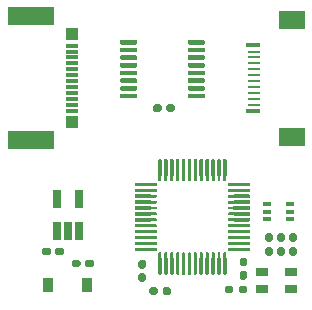
<source format=gbp>
%TF.GenerationSoftware,KiCad,Pcbnew,(5.1.7)-1*%
%TF.CreationDate,2021-02-13T17:52:44+01:00*%
%TF.ProjectId,twonkie,74776f6e-6b69-4652-9e6b-696361645f70,rev?*%
%TF.SameCoordinates,PX448d510PY20b3950*%
%TF.FileFunction,Paste,Bot*%
%TF.FilePolarity,Positive*%
%FSLAX46Y46*%
G04 Gerber Fmt 4.6, Leading zero omitted, Abs format (unit mm)*
G04 Created by KiCad (PCBNEW (5.1.7)-1) date 2021-02-13 17:52:44*
%MOMM*%
%LPD*%
G01*
G04 APERTURE LIST*
%ADD10R,0.650000X0.400000*%
%ADD11R,1.000000X0.260000*%
%ADD12R,1.250000X0.410000*%
%ADD13R,2.200000X1.500000*%
%ADD14R,4.000000X1.500000*%
%ADD15R,1.000000X0.300000*%
%ADD16R,1.000000X1.000000*%
%ADD17R,0.650000X1.560000*%
%ADD18R,1.000000X0.800000*%
%ADD19R,0.900000X1.200000*%
G04 APERTURE END LIST*
%TO.C,C8*%
G36*
G01*
X11465500Y-22869500D02*
X11775500Y-22869500D01*
G75*
G02*
X11930500Y-23024500I0J-155000D01*
G01*
X11930500Y-23449500D01*
G75*
G02*
X11775500Y-23604500I-155000J0D01*
G01*
X11465500Y-23604500D01*
G75*
G02*
X11310500Y-23449500I0J155000D01*
G01*
X11310500Y-23024500D01*
G75*
G02*
X11465500Y-22869500I155000J0D01*
G01*
G37*
G36*
G01*
X11465500Y-21734500D02*
X11775500Y-21734500D01*
G75*
G02*
X11930500Y-21889500I0J-155000D01*
G01*
X11930500Y-22314500D01*
G75*
G02*
X11775500Y-22469500I-155000J0D01*
G01*
X11465500Y-22469500D01*
G75*
G02*
X11310500Y-22314500I0J155000D01*
G01*
X11310500Y-21889500D01*
G75*
G02*
X11465500Y-21734500I155000J0D01*
G01*
G37*
%TD*%
D10*
%TO.C,Q4*%
X24125000Y-18303000D03*
X24125000Y-17003000D03*
X22225000Y-17653000D03*
X24125000Y-17653000D03*
X22225000Y-17003000D03*
X22225000Y-18303000D03*
%TD*%
D11*
%TO.C,J1*%
X21090000Y-8600000D03*
X21090000Y-8100000D03*
X21090000Y-7600000D03*
X21090000Y-7100000D03*
X21090000Y-6600000D03*
X21090000Y-6100000D03*
X21090000Y-5600000D03*
X21090000Y-5100000D03*
X21090000Y-4600000D03*
X21090000Y-4100000D03*
D12*
X20965000Y-9175000D03*
X20965000Y-3525000D03*
D13*
X24290000Y-11300000D03*
X24290000Y-1400000D03*
%TD*%
%TO.C,U4*%
G36*
G01*
X12062500Y-15722500D02*
X12812500Y-15722500D01*
G75*
G02*
X12875000Y-15785000I0J-62500D01*
G01*
X12875000Y-15910000D01*
G75*
G02*
X12812500Y-15972500I-62500J0D01*
G01*
X12062500Y-15972500D01*
G75*
G02*
X12000000Y-15910000I0J62500D01*
G01*
X12000000Y-15785000D01*
G75*
G02*
X12062500Y-15722500I62500J0D01*
G01*
G37*
G36*
G01*
X12062500Y-16222500D02*
X12812500Y-16222500D01*
G75*
G02*
X12875000Y-16285000I0J-62500D01*
G01*
X12875000Y-16410000D01*
G75*
G02*
X12812500Y-16472500I-62500J0D01*
G01*
X12062500Y-16472500D01*
G75*
G02*
X12000000Y-16410000I0J62500D01*
G01*
X12000000Y-16285000D01*
G75*
G02*
X12062500Y-16222500I62500J0D01*
G01*
G37*
G36*
G01*
X12062500Y-17222500D02*
X12812500Y-17222500D01*
G75*
G02*
X12875000Y-17285000I0J-62500D01*
G01*
X12875000Y-17410000D01*
G75*
G02*
X12812500Y-17472500I-62500J0D01*
G01*
X12062500Y-17472500D01*
G75*
G02*
X12000000Y-17410000I0J62500D01*
G01*
X12000000Y-17285000D01*
G75*
G02*
X12062500Y-17222500I62500J0D01*
G01*
G37*
G36*
G01*
X12062500Y-17722500D02*
X12812500Y-17722500D01*
G75*
G02*
X12875000Y-17785000I0J-62500D01*
G01*
X12875000Y-17910000D01*
G75*
G02*
X12812500Y-17972500I-62500J0D01*
G01*
X12062500Y-17972500D01*
G75*
G02*
X12000000Y-17910000I0J62500D01*
G01*
X12000000Y-17785000D01*
G75*
G02*
X12062500Y-17722500I62500J0D01*
G01*
G37*
G36*
G01*
X12062500Y-18222500D02*
X12812500Y-18222500D01*
G75*
G02*
X12875000Y-18285000I0J-62500D01*
G01*
X12875000Y-18410000D01*
G75*
G02*
X12812500Y-18472500I-62500J0D01*
G01*
X12062500Y-18472500D01*
G75*
G02*
X12000000Y-18410000I0J62500D01*
G01*
X12000000Y-18285000D01*
G75*
G02*
X12062500Y-18222500I62500J0D01*
G01*
G37*
G36*
G01*
X12062500Y-15222500D02*
X12812500Y-15222500D01*
G75*
G02*
X12875000Y-15285000I0J-62500D01*
G01*
X12875000Y-15410000D01*
G75*
G02*
X12812500Y-15472500I-62500J0D01*
G01*
X12062500Y-15472500D01*
G75*
G02*
X12000000Y-15410000I0J62500D01*
G01*
X12000000Y-15285000D01*
G75*
G02*
X12062500Y-15222500I62500J0D01*
G01*
G37*
G36*
G01*
X12062500Y-16722500D02*
X12812500Y-16722500D01*
G75*
G02*
X12875000Y-16785000I0J-62500D01*
G01*
X12875000Y-16910000D01*
G75*
G02*
X12812500Y-16972500I-62500J0D01*
G01*
X12062500Y-16972500D01*
G75*
G02*
X12000000Y-16910000I0J62500D01*
G01*
X12000000Y-16785000D01*
G75*
G02*
X12062500Y-16722500I62500J0D01*
G01*
G37*
G36*
G01*
X18937500Y-19722500D02*
X19687500Y-19722500D01*
G75*
G02*
X19750000Y-19785000I0J-62500D01*
G01*
X19750000Y-19910000D01*
G75*
G02*
X19687500Y-19972500I-62500J0D01*
G01*
X18937500Y-19972500D01*
G75*
G02*
X18875000Y-19910000I0J62500D01*
G01*
X18875000Y-19785000D01*
G75*
G02*
X18937500Y-19722500I62500J0D01*
G01*
G37*
G36*
G01*
X14562500Y-14222500D02*
X14687500Y-14222500D01*
G75*
G02*
X14750000Y-14285000I0J-62500D01*
G01*
X14750000Y-15035000D01*
G75*
G02*
X14687500Y-15097500I-62500J0D01*
G01*
X14562500Y-15097500D01*
G75*
G02*
X14500000Y-15035000I0J62500D01*
G01*
X14500000Y-14285000D01*
G75*
G02*
X14562500Y-14222500I62500J0D01*
G01*
G37*
G36*
G01*
X17062500Y-14222500D02*
X17187500Y-14222500D01*
G75*
G02*
X17250000Y-14285000I0J-62500D01*
G01*
X17250000Y-15035000D01*
G75*
G02*
X17187500Y-15097500I-62500J0D01*
G01*
X17062500Y-15097500D01*
G75*
G02*
X17000000Y-15035000I0J62500D01*
G01*
X17000000Y-14285000D01*
G75*
G02*
X17062500Y-14222500I62500J0D01*
G01*
G37*
G36*
G01*
X17562500Y-14222500D02*
X17687500Y-14222500D01*
G75*
G02*
X17750000Y-14285000I0J-62500D01*
G01*
X17750000Y-15035000D01*
G75*
G02*
X17687500Y-15097500I-62500J0D01*
G01*
X17562500Y-15097500D01*
G75*
G02*
X17500000Y-15035000I0J62500D01*
G01*
X17500000Y-14285000D01*
G75*
G02*
X17562500Y-14222500I62500J0D01*
G01*
G37*
G36*
G01*
X16062500Y-14222500D02*
X16187500Y-14222500D01*
G75*
G02*
X16250000Y-14285000I0J-62500D01*
G01*
X16250000Y-15035000D01*
G75*
G02*
X16187500Y-15097500I-62500J0D01*
G01*
X16062500Y-15097500D01*
G75*
G02*
X16000000Y-15035000I0J62500D01*
G01*
X16000000Y-14285000D01*
G75*
G02*
X16062500Y-14222500I62500J0D01*
G01*
G37*
G36*
G01*
X13062500Y-14222500D02*
X13187500Y-14222500D01*
G75*
G02*
X13250000Y-14285000I0J-62500D01*
G01*
X13250000Y-15035000D01*
G75*
G02*
X13187500Y-15097500I-62500J0D01*
G01*
X13062500Y-15097500D01*
G75*
G02*
X13000000Y-15035000I0J62500D01*
G01*
X13000000Y-14285000D01*
G75*
G02*
X13062500Y-14222500I62500J0D01*
G01*
G37*
G36*
G01*
X16562500Y-21097500D02*
X16687500Y-21097500D01*
G75*
G02*
X16750000Y-21160000I0J-62500D01*
G01*
X16750000Y-21910000D01*
G75*
G02*
X16687500Y-21972500I-62500J0D01*
G01*
X16562500Y-21972500D01*
G75*
G02*
X16500000Y-21910000I0J62500D01*
G01*
X16500000Y-21160000D01*
G75*
G02*
X16562500Y-21097500I62500J0D01*
G01*
G37*
G36*
G01*
X17062500Y-21097500D02*
X17187500Y-21097500D01*
G75*
G02*
X17250000Y-21160000I0J-62500D01*
G01*
X17250000Y-21910000D01*
G75*
G02*
X17187500Y-21972500I-62500J0D01*
G01*
X17062500Y-21972500D01*
G75*
G02*
X17000000Y-21910000I0J62500D01*
G01*
X17000000Y-21160000D01*
G75*
G02*
X17062500Y-21097500I62500J0D01*
G01*
G37*
G36*
G01*
X16562500Y-14222500D02*
X16687500Y-14222500D01*
G75*
G02*
X16750000Y-14285000I0J-62500D01*
G01*
X16750000Y-15035000D01*
G75*
G02*
X16687500Y-15097500I-62500J0D01*
G01*
X16562500Y-15097500D01*
G75*
G02*
X16500000Y-15035000I0J62500D01*
G01*
X16500000Y-14285000D01*
G75*
G02*
X16562500Y-14222500I62500J0D01*
G01*
G37*
G36*
G01*
X16062500Y-21097500D02*
X16187500Y-21097500D01*
G75*
G02*
X16250000Y-21160000I0J-62500D01*
G01*
X16250000Y-21910000D01*
G75*
G02*
X16187500Y-21972500I-62500J0D01*
G01*
X16062500Y-21972500D01*
G75*
G02*
X16000000Y-21910000I0J62500D01*
G01*
X16000000Y-21160000D01*
G75*
G02*
X16062500Y-21097500I62500J0D01*
G01*
G37*
G36*
G01*
X15562500Y-21097500D02*
X15687500Y-21097500D01*
G75*
G02*
X15750000Y-21160000I0J-62500D01*
G01*
X15750000Y-21910000D01*
G75*
G02*
X15687500Y-21972500I-62500J0D01*
G01*
X15562500Y-21972500D01*
G75*
G02*
X15500000Y-21910000I0J62500D01*
G01*
X15500000Y-21160000D01*
G75*
G02*
X15562500Y-21097500I62500J0D01*
G01*
G37*
G36*
G01*
X18937500Y-17222500D02*
X19687500Y-17222500D01*
G75*
G02*
X19750000Y-17285000I0J-62500D01*
G01*
X19750000Y-17410000D01*
G75*
G02*
X19687500Y-17472500I-62500J0D01*
G01*
X18937500Y-17472500D01*
G75*
G02*
X18875000Y-17410000I0J62500D01*
G01*
X18875000Y-17285000D01*
G75*
G02*
X18937500Y-17222500I62500J0D01*
G01*
G37*
G36*
G01*
X18937500Y-16722500D02*
X19687500Y-16722500D01*
G75*
G02*
X19750000Y-16785000I0J-62500D01*
G01*
X19750000Y-16910000D01*
G75*
G02*
X19687500Y-16972500I-62500J0D01*
G01*
X18937500Y-16972500D01*
G75*
G02*
X18875000Y-16910000I0J62500D01*
G01*
X18875000Y-16785000D01*
G75*
G02*
X18937500Y-16722500I62500J0D01*
G01*
G37*
G36*
G01*
X18937500Y-16222500D02*
X19687500Y-16222500D01*
G75*
G02*
X19750000Y-16285000I0J-62500D01*
G01*
X19750000Y-16410000D01*
G75*
G02*
X19687500Y-16472500I-62500J0D01*
G01*
X18937500Y-16472500D01*
G75*
G02*
X18875000Y-16410000I0J62500D01*
G01*
X18875000Y-16285000D01*
G75*
G02*
X18937500Y-16222500I62500J0D01*
G01*
G37*
G36*
G01*
X18937500Y-17722500D02*
X19687500Y-17722500D01*
G75*
G02*
X19750000Y-17785000I0J-62500D01*
G01*
X19750000Y-17910000D01*
G75*
G02*
X19687500Y-17972500I-62500J0D01*
G01*
X18937500Y-17972500D01*
G75*
G02*
X18875000Y-17910000I0J62500D01*
G01*
X18875000Y-17785000D01*
G75*
G02*
X18937500Y-17722500I62500J0D01*
G01*
G37*
G36*
G01*
X18937500Y-19222500D02*
X19687500Y-19222500D01*
G75*
G02*
X19750000Y-19285000I0J-62500D01*
G01*
X19750000Y-19410000D01*
G75*
G02*
X19687500Y-19472500I-62500J0D01*
G01*
X18937500Y-19472500D01*
G75*
G02*
X18875000Y-19410000I0J62500D01*
G01*
X18875000Y-19285000D01*
G75*
G02*
X18937500Y-19222500I62500J0D01*
G01*
G37*
G36*
G01*
X14062500Y-14222500D02*
X14187500Y-14222500D01*
G75*
G02*
X14250000Y-14285000I0J-62500D01*
G01*
X14250000Y-15035000D01*
G75*
G02*
X14187500Y-15097500I-62500J0D01*
G01*
X14062500Y-15097500D01*
G75*
G02*
X14000000Y-15035000I0J62500D01*
G01*
X14000000Y-14285000D01*
G75*
G02*
X14062500Y-14222500I62500J0D01*
G01*
G37*
G36*
G01*
X18562500Y-21097500D02*
X18687500Y-21097500D01*
G75*
G02*
X18750000Y-21160000I0J-62500D01*
G01*
X18750000Y-21910000D01*
G75*
G02*
X18687500Y-21972500I-62500J0D01*
G01*
X18562500Y-21972500D01*
G75*
G02*
X18500000Y-21910000I0J62500D01*
G01*
X18500000Y-21160000D01*
G75*
G02*
X18562500Y-21097500I62500J0D01*
G01*
G37*
G36*
G01*
X18062500Y-14222500D02*
X18187500Y-14222500D01*
G75*
G02*
X18250000Y-14285000I0J-62500D01*
G01*
X18250000Y-15035000D01*
G75*
G02*
X18187500Y-15097500I-62500J0D01*
G01*
X18062500Y-15097500D01*
G75*
G02*
X18000000Y-15035000I0J62500D01*
G01*
X18000000Y-14285000D01*
G75*
G02*
X18062500Y-14222500I62500J0D01*
G01*
G37*
G36*
G01*
X18937500Y-20222500D02*
X19687500Y-20222500D01*
G75*
G02*
X19750000Y-20285000I0J-62500D01*
G01*
X19750000Y-20410000D01*
G75*
G02*
X19687500Y-20472500I-62500J0D01*
G01*
X18937500Y-20472500D01*
G75*
G02*
X18875000Y-20410000I0J62500D01*
G01*
X18875000Y-20285000D01*
G75*
G02*
X18937500Y-20222500I62500J0D01*
G01*
G37*
G36*
G01*
X13062500Y-21097500D02*
X13187500Y-21097500D01*
G75*
G02*
X13250000Y-21160000I0J-62500D01*
G01*
X13250000Y-21910000D01*
G75*
G02*
X13187500Y-21972500I-62500J0D01*
G01*
X13062500Y-21972500D01*
G75*
G02*
X13000000Y-21910000I0J62500D01*
G01*
X13000000Y-21160000D01*
G75*
G02*
X13062500Y-21097500I62500J0D01*
G01*
G37*
G36*
G01*
X12062500Y-19222500D02*
X12812500Y-19222500D01*
G75*
G02*
X12875000Y-19285000I0J-62500D01*
G01*
X12875000Y-19410000D01*
G75*
G02*
X12812500Y-19472500I-62500J0D01*
G01*
X12062500Y-19472500D01*
G75*
G02*
X12000000Y-19410000I0J62500D01*
G01*
X12000000Y-19285000D01*
G75*
G02*
X12062500Y-19222500I62500J0D01*
G01*
G37*
G36*
G01*
X14062500Y-21097500D02*
X14187500Y-21097500D01*
G75*
G02*
X14250000Y-21160000I0J-62500D01*
G01*
X14250000Y-21910000D01*
G75*
G02*
X14187500Y-21972500I-62500J0D01*
G01*
X14062500Y-21972500D01*
G75*
G02*
X14000000Y-21910000I0J62500D01*
G01*
X14000000Y-21160000D01*
G75*
G02*
X14062500Y-21097500I62500J0D01*
G01*
G37*
G36*
G01*
X17562500Y-21097500D02*
X17687500Y-21097500D01*
G75*
G02*
X17750000Y-21160000I0J-62500D01*
G01*
X17750000Y-21910000D01*
G75*
G02*
X17687500Y-21972500I-62500J0D01*
G01*
X17562500Y-21972500D01*
G75*
G02*
X17500000Y-21910000I0J62500D01*
G01*
X17500000Y-21160000D01*
G75*
G02*
X17562500Y-21097500I62500J0D01*
G01*
G37*
G36*
G01*
X18937500Y-15222500D02*
X19687500Y-15222500D01*
G75*
G02*
X19750000Y-15285000I0J-62500D01*
G01*
X19750000Y-15410000D01*
G75*
G02*
X19687500Y-15472500I-62500J0D01*
G01*
X18937500Y-15472500D01*
G75*
G02*
X18875000Y-15410000I0J62500D01*
G01*
X18875000Y-15285000D01*
G75*
G02*
X18937500Y-15222500I62500J0D01*
G01*
G37*
G36*
G01*
X15062500Y-14222500D02*
X15187500Y-14222500D01*
G75*
G02*
X15250000Y-14285000I0J-62500D01*
G01*
X15250000Y-15035000D01*
G75*
G02*
X15187500Y-15097500I-62500J0D01*
G01*
X15062500Y-15097500D01*
G75*
G02*
X15000000Y-15035000I0J62500D01*
G01*
X15000000Y-14285000D01*
G75*
G02*
X15062500Y-14222500I62500J0D01*
G01*
G37*
G36*
G01*
X12062500Y-19722500D02*
X12812500Y-19722500D01*
G75*
G02*
X12875000Y-19785000I0J-62500D01*
G01*
X12875000Y-19910000D01*
G75*
G02*
X12812500Y-19972500I-62500J0D01*
G01*
X12062500Y-19972500D01*
G75*
G02*
X12000000Y-19910000I0J62500D01*
G01*
X12000000Y-19785000D01*
G75*
G02*
X12062500Y-19722500I62500J0D01*
G01*
G37*
G36*
G01*
X14562500Y-21097500D02*
X14687500Y-21097500D01*
G75*
G02*
X14750000Y-21160000I0J-62500D01*
G01*
X14750000Y-21910000D01*
G75*
G02*
X14687500Y-21972500I-62500J0D01*
G01*
X14562500Y-21972500D01*
G75*
G02*
X14500000Y-21910000I0J62500D01*
G01*
X14500000Y-21160000D01*
G75*
G02*
X14562500Y-21097500I62500J0D01*
G01*
G37*
G36*
G01*
X18937500Y-20722500D02*
X19687500Y-20722500D01*
G75*
G02*
X19750000Y-20785000I0J-62500D01*
G01*
X19750000Y-20910000D01*
G75*
G02*
X19687500Y-20972500I-62500J0D01*
G01*
X18937500Y-20972500D01*
G75*
G02*
X18875000Y-20910000I0J62500D01*
G01*
X18875000Y-20785000D01*
G75*
G02*
X18937500Y-20722500I62500J0D01*
G01*
G37*
G36*
G01*
X15562500Y-14222500D02*
X15687500Y-14222500D01*
G75*
G02*
X15750000Y-14285000I0J-62500D01*
G01*
X15750000Y-15035000D01*
G75*
G02*
X15687500Y-15097500I-62500J0D01*
G01*
X15562500Y-15097500D01*
G75*
G02*
X15500000Y-15035000I0J62500D01*
G01*
X15500000Y-14285000D01*
G75*
G02*
X15562500Y-14222500I62500J0D01*
G01*
G37*
G36*
G01*
X12062500Y-20722500D02*
X12812500Y-20722500D01*
G75*
G02*
X12875000Y-20785000I0J-62500D01*
G01*
X12875000Y-20910000D01*
G75*
G02*
X12812500Y-20972500I-62500J0D01*
G01*
X12062500Y-20972500D01*
G75*
G02*
X12000000Y-20910000I0J62500D01*
G01*
X12000000Y-20785000D01*
G75*
G02*
X12062500Y-20722500I62500J0D01*
G01*
G37*
G36*
G01*
X18937500Y-18222500D02*
X19687500Y-18222500D01*
G75*
G02*
X19750000Y-18285000I0J-62500D01*
G01*
X19750000Y-18410000D01*
G75*
G02*
X19687500Y-18472500I-62500J0D01*
G01*
X18937500Y-18472500D01*
G75*
G02*
X18875000Y-18410000I0J62500D01*
G01*
X18875000Y-18285000D01*
G75*
G02*
X18937500Y-18222500I62500J0D01*
G01*
G37*
G36*
G01*
X18937500Y-15722500D02*
X19687500Y-15722500D01*
G75*
G02*
X19750000Y-15785000I0J-62500D01*
G01*
X19750000Y-15910000D01*
G75*
G02*
X19687500Y-15972500I-62500J0D01*
G01*
X18937500Y-15972500D01*
G75*
G02*
X18875000Y-15910000I0J62500D01*
G01*
X18875000Y-15785000D01*
G75*
G02*
X18937500Y-15722500I62500J0D01*
G01*
G37*
G36*
G01*
X13562500Y-14222500D02*
X13687500Y-14222500D01*
G75*
G02*
X13750000Y-14285000I0J-62500D01*
G01*
X13750000Y-15035000D01*
G75*
G02*
X13687500Y-15097500I-62500J0D01*
G01*
X13562500Y-15097500D01*
G75*
G02*
X13500000Y-15035000I0J62500D01*
G01*
X13500000Y-14285000D01*
G75*
G02*
X13562500Y-14222500I62500J0D01*
G01*
G37*
G36*
G01*
X13562500Y-21097500D02*
X13687500Y-21097500D01*
G75*
G02*
X13750000Y-21160000I0J-62500D01*
G01*
X13750000Y-21910000D01*
G75*
G02*
X13687500Y-21972500I-62500J0D01*
G01*
X13562500Y-21972500D01*
G75*
G02*
X13500000Y-21910000I0J62500D01*
G01*
X13500000Y-21160000D01*
G75*
G02*
X13562500Y-21097500I62500J0D01*
G01*
G37*
G36*
G01*
X18562500Y-14222500D02*
X18687500Y-14222500D01*
G75*
G02*
X18750000Y-14285000I0J-62500D01*
G01*
X18750000Y-15035000D01*
G75*
G02*
X18687500Y-15097500I-62500J0D01*
G01*
X18562500Y-15097500D01*
G75*
G02*
X18500000Y-15035000I0J62500D01*
G01*
X18500000Y-14285000D01*
G75*
G02*
X18562500Y-14222500I62500J0D01*
G01*
G37*
G36*
G01*
X12062500Y-18722500D02*
X12812500Y-18722500D01*
G75*
G02*
X12875000Y-18785000I0J-62500D01*
G01*
X12875000Y-18910000D01*
G75*
G02*
X12812500Y-18972500I-62500J0D01*
G01*
X12062500Y-18972500D01*
G75*
G02*
X12000000Y-18910000I0J62500D01*
G01*
X12000000Y-18785000D01*
G75*
G02*
X12062500Y-18722500I62500J0D01*
G01*
G37*
G36*
G01*
X18937500Y-18722500D02*
X19687500Y-18722500D01*
G75*
G02*
X19750000Y-18785000I0J-62500D01*
G01*
X19750000Y-18910000D01*
G75*
G02*
X19687500Y-18972500I-62500J0D01*
G01*
X18937500Y-18972500D01*
G75*
G02*
X18875000Y-18910000I0J62500D01*
G01*
X18875000Y-18785000D01*
G75*
G02*
X18937500Y-18722500I62500J0D01*
G01*
G37*
G36*
G01*
X18062500Y-21097500D02*
X18187500Y-21097500D01*
G75*
G02*
X18250000Y-21160000I0J-62500D01*
G01*
X18250000Y-21910000D01*
G75*
G02*
X18187500Y-21972500I-62500J0D01*
G01*
X18062500Y-21972500D01*
G75*
G02*
X18000000Y-21910000I0J62500D01*
G01*
X18000000Y-21160000D01*
G75*
G02*
X18062500Y-21097500I62500J0D01*
G01*
G37*
G36*
G01*
X12062500Y-20222500D02*
X12812500Y-20222500D01*
G75*
G02*
X12875000Y-20285000I0J-62500D01*
G01*
X12875000Y-20410000D01*
G75*
G02*
X12812500Y-20472500I-62500J0D01*
G01*
X12062500Y-20472500D01*
G75*
G02*
X12000000Y-20410000I0J62500D01*
G01*
X12000000Y-20285000D01*
G75*
G02*
X12062500Y-20222500I62500J0D01*
G01*
G37*
G36*
G01*
X15062500Y-21097500D02*
X15187500Y-21097500D01*
G75*
G02*
X15250000Y-21160000I0J-62500D01*
G01*
X15250000Y-21910000D01*
G75*
G02*
X15187500Y-21972500I-62500J0D01*
G01*
X15062500Y-21972500D01*
G75*
G02*
X15000000Y-21910000I0J62500D01*
G01*
X15000000Y-21160000D01*
G75*
G02*
X15062500Y-21097500I62500J0D01*
G01*
G37*
G36*
G01*
X13050000Y-13197500D02*
X13200000Y-13197500D01*
G75*
G02*
X13275000Y-13272500I0J-75000D01*
G01*
X13275000Y-14597500D01*
G75*
G02*
X13200000Y-14672500I-75000J0D01*
G01*
X13050000Y-14672500D01*
G75*
G02*
X12975000Y-14597500I0J75000D01*
G01*
X12975000Y-13272500D01*
G75*
G02*
X13050000Y-13197500I75000J0D01*
G01*
G37*
G36*
G01*
X13550000Y-13197500D02*
X13700000Y-13197500D01*
G75*
G02*
X13775000Y-13272500I0J-75000D01*
G01*
X13775000Y-14597500D01*
G75*
G02*
X13700000Y-14672500I-75000J0D01*
G01*
X13550000Y-14672500D01*
G75*
G02*
X13475000Y-14597500I0J75000D01*
G01*
X13475000Y-13272500D01*
G75*
G02*
X13550000Y-13197500I75000J0D01*
G01*
G37*
G36*
G01*
X14050000Y-13197500D02*
X14200000Y-13197500D01*
G75*
G02*
X14275000Y-13272500I0J-75000D01*
G01*
X14275000Y-14597500D01*
G75*
G02*
X14200000Y-14672500I-75000J0D01*
G01*
X14050000Y-14672500D01*
G75*
G02*
X13975000Y-14597500I0J75000D01*
G01*
X13975000Y-13272500D01*
G75*
G02*
X14050000Y-13197500I75000J0D01*
G01*
G37*
G36*
G01*
X14550000Y-13197500D02*
X14700000Y-13197500D01*
G75*
G02*
X14775000Y-13272500I0J-75000D01*
G01*
X14775000Y-14597500D01*
G75*
G02*
X14700000Y-14672500I-75000J0D01*
G01*
X14550000Y-14672500D01*
G75*
G02*
X14475000Y-14597500I0J75000D01*
G01*
X14475000Y-13272500D01*
G75*
G02*
X14550000Y-13197500I75000J0D01*
G01*
G37*
G36*
G01*
X15050000Y-13197500D02*
X15200000Y-13197500D01*
G75*
G02*
X15275000Y-13272500I0J-75000D01*
G01*
X15275000Y-14597500D01*
G75*
G02*
X15200000Y-14672500I-75000J0D01*
G01*
X15050000Y-14672500D01*
G75*
G02*
X14975000Y-14597500I0J75000D01*
G01*
X14975000Y-13272500D01*
G75*
G02*
X15050000Y-13197500I75000J0D01*
G01*
G37*
G36*
G01*
X15550000Y-13197500D02*
X15700000Y-13197500D01*
G75*
G02*
X15775000Y-13272500I0J-75000D01*
G01*
X15775000Y-14597500D01*
G75*
G02*
X15700000Y-14672500I-75000J0D01*
G01*
X15550000Y-14672500D01*
G75*
G02*
X15475000Y-14597500I0J75000D01*
G01*
X15475000Y-13272500D01*
G75*
G02*
X15550000Y-13197500I75000J0D01*
G01*
G37*
G36*
G01*
X16050000Y-13197500D02*
X16200000Y-13197500D01*
G75*
G02*
X16275000Y-13272500I0J-75000D01*
G01*
X16275000Y-14597500D01*
G75*
G02*
X16200000Y-14672500I-75000J0D01*
G01*
X16050000Y-14672500D01*
G75*
G02*
X15975000Y-14597500I0J75000D01*
G01*
X15975000Y-13272500D01*
G75*
G02*
X16050000Y-13197500I75000J0D01*
G01*
G37*
G36*
G01*
X16550000Y-13197500D02*
X16700000Y-13197500D01*
G75*
G02*
X16775000Y-13272500I0J-75000D01*
G01*
X16775000Y-14597500D01*
G75*
G02*
X16700000Y-14672500I-75000J0D01*
G01*
X16550000Y-14672500D01*
G75*
G02*
X16475000Y-14597500I0J75000D01*
G01*
X16475000Y-13272500D01*
G75*
G02*
X16550000Y-13197500I75000J0D01*
G01*
G37*
G36*
G01*
X17050000Y-13197500D02*
X17200000Y-13197500D01*
G75*
G02*
X17275000Y-13272500I0J-75000D01*
G01*
X17275000Y-14597500D01*
G75*
G02*
X17200000Y-14672500I-75000J0D01*
G01*
X17050000Y-14672500D01*
G75*
G02*
X16975000Y-14597500I0J75000D01*
G01*
X16975000Y-13272500D01*
G75*
G02*
X17050000Y-13197500I75000J0D01*
G01*
G37*
G36*
G01*
X17550000Y-13197500D02*
X17700000Y-13197500D01*
G75*
G02*
X17775000Y-13272500I0J-75000D01*
G01*
X17775000Y-14597500D01*
G75*
G02*
X17700000Y-14672500I-75000J0D01*
G01*
X17550000Y-14672500D01*
G75*
G02*
X17475000Y-14597500I0J75000D01*
G01*
X17475000Y-13272500D01*
G75*
G02*
X17550000Y-13197500I75000J0D01*
G01*
G37*
G36*
G01*
X18050000Y-13197500D02*
X18200000Y-13197500D01*
G75*
G02*
X18275000Y-13272500I0J-75000D01*
G01*
X18275000Y-14597500D01*
G75*
G02*
X18200000Y-14672500I-75000J0D01*
G01*
X18050000Y-14672500D01*
G75*
G02*
X17975000Y-14597500I0J75000D01*
G01*
X17975000Y-13272500D01*
G75*
G02*
X18050000Y-13197500I75000J0D01*
G01*
G37*
G36*
G01*
X18550000Y-13197500D02*
X18700000Y-13197500D01*
G75*
G02*
X18775000Y-13272500I0J-75000D01*
G01*
X18775000Y-14597500D01*
G75*
G02*
X18700000Y-14672500I-75000J0D01*
G01*
X18550000Y-14672500D01*
G75*
G02*
X18475000Y-14597500I0J75000D01*
G01*
X18475000Y-13272500D01*
G75*
G02*
X18550000Y-13197500I75000J0D01*
G01*
G37*
G36*
G01*
X19375000Y-15197500D02*
X20700000Y-15197500D01*
G75*
G02*
X20775000Y-15272500I0J-75000D01*
G01*
X20775000Y-15422500D01*
G75*
G02*
X20700000Y-15497500I-75000J0D01*
G01*
X19375000Y-15497500D01*
G75*
G02*
X19300000Y-15422500I0J75000D01*
G01*
X19300000Y-15272500D01*
G75*
G02*
X19375000Y-15197500I75000J0D01*
G01*
G37*
G36*
G01*
X19375000Y-15697500D02*
X20700000Y-15697500D01*
G75*
G02*
X20775000Y-15772500I0J-75000D01*
G01*
X20775000Y-15922500D01*
G75*
G02*
X20700000Y-15997500I-75000J0D01*
G01*
X19375000Y-15997500D01*
G75*
G02*
X19300000Y-15922500I0J75000D01*
G01*
X19300000Y-15772500D01*
G75*
G02*
X19375000Y-15697500I75000J0D01*
G01*
G37*
G36*
G01*
X19375000Y-16197500D02*
X20700000Y-16197500D01*
G75*
G02*
X20775000Y-16272500I0J-75000D01*
G01*
X20775000Y-16422500D01*
G75*
G02*
X20700000Y-16497500I-75000J0D01*
G01*
X19375000Y-16497500D01*
G75*
G02*
X19300000Y-16422500I0J75000D01*
G01*
X19300000Y-16272500D01*
G75*
G02*
X19375000Y-16197500I75000J0D01*
G01*
G37*
G36*
G01*
X19375000Y-16697500D02*
X20700000Y-16697500D01*
G75*
G02*
X20775000Y-16772500I0J-75000D01*
G01*
X20775000Y-16922500D01*
G75*
G02*
X20700000Y-16997500I-75000J0D01*
G01*
X19375000Y-16997500D01*
G75*
G02*
X19300000Y-16922500I0J75000D01*
G01*
X19300000Y-16772500D01*
G75*
G02*
X19375000Y-16697500I75000J0D01*
G01*
G37*
G36*
G01*
X19375000Y-17197500D02*
X20700000Y-17197500D01*
G75*
G02*
X20775000Y-17272500I0J-75000D01*
G01*
X20775000Y-17422500D01*
G75*
G02*
X20700000Y-17497500I-75000J0D01*
G01*
X19375000Y-17497500D01*
G75*
G02*
X19300000Y-17422500I0J75000D01*
G01*
X19300000Y-17272500D01*
G75*
G02*
X19375000Y-17197500I75000J0D01*
G01*
G37*
G36*
G01*
X19375000Y-17697500D02*
X20700000Y-17697500D01*
G75*
G02*
X20775000Y-17772500I0J-75000D01*
G01*
X20775000Y-17922500D01*
G75*
G02*
X20700000Y-17997500I-75000J0D01*
G01*
X19375000Y-17997500D01*
G75*
G02*
X19300000Y-17922500I0J75000D01*
G01*
X19300000Y-17772500D01*
G75*
G02*
X19375000Y-17697500I75000J0D01*
G01*
G37*
G36*
G01*
X19375000Y-18197500D02*
X20700000Y-18197500D01*
G75*
G02*
X20775000Y-18272500I0J-75000D01*
G01*
X20775000Y-18422500D01*
G75*
G02*
X20700000Y-18497500I-75000J0D01*
G01*
X19375000Y-18497500D01*
G75*
G02*
X19300000Y-18422500I0J75000D01*
G01*
X19300000Y-18272500D01*
G75*
G02*
X19375000Y-18197500I75000J0D01*
G01*
G37*
G36*
G01*
X19375000Y-18697500D02*
X20700000Y-18697500D01*
G75*
G02*
X20775000Y-18772500I0J-75000D01*
G01*
X20775000Y-18922500D01*
G75*
G02*
X20700000Y-18997500I-75000J0D01*
G01*
X19375000Y-18997500D01*
G75*
G02*
X19300000Y-18922500I0J75000D01*
G01*
X19300000Y-18772500D01*
G75*
G02*
X19375000Y-18697500I75000J0D01*
G01*
G37*
G36*
G01*
X19375000Y-19197500D02*
X20700000Y-19197500D01*
G75*
G02*
X20775000Y-19272500I0J-75000D01*
G01*
X20775000Y-19422500D01*
G75*
G02*
X20700000Y-19497500I-75000J0D01*
G01*
X19375000Y-19497500D01*
G75*
G02*
X19300000Y-19422500I0J75000D01*
G01*
X19300000Y-19272500D01*
G75*
G02*
X19375000Y-19197500I75000J0D01*
G01*
G37*
G36*
G01*
X19375000Y-19697500D02*
X20700000Y-19697500D01*
G75*
G02*
X20775000Y-19772500I0J-75000D01*
G01*
X20775000Y-19922500D01*
G75*
G02*
X20700000Y-19997500I-75000J0D01*
G01*
X19375000Y-19997500D01*
G75*
G02*
X19300000Y-19922500I0J75000D01*
G01*
X19300000Y-19772500D01*
G75*
G02*
X19375000Y-19697500I75000J0D01*
G01*
G37*
G36*
G01*
X19375000Y-20197500D02*
X20700000Y-20197500D01*
G75*
G02*
X20775000Y-20272500I0J-75000D01*
G01*
X20775000Y-20422500D01*
G75*
G02*
X20700000Y-20497500I-75000J0D01*
G01*
X19375000Y-20497500D01*
G75*
G02*
X19300000Y-20422500I0J75000D01*
G01*
X19300000Y-20272500D01*
G75*
G02*
X19375000Y-20197500I75000J0D01*
G01*
G37*
G36*
G01*
X19375000Y-20697500D02*
X20700000Y-20697500D01*
G75*
G02*
X20775000Y-20772500I0J-75000D01*
G01*
X20775000Y-20922500D01*
G75*
G02*
X20700000Y-20997500I-75000J0D01*
G01*
X19375000Y-20997500D01*
G75*
G02*
X19300000Y-20922500I0J75000D01*
G01*
X19300000Y-20772500D01*
G75*
G02*
X19375000Y-20697500I75000J0D01*
G01*
G37*
G36*
G01*
X18550000Y-21522500D02*
X18700000Y-21522500D01*
G75*
G02*
X18775000Y-21597500I0J-75000D01*
G01*
X18775000Y-22922500D01*
G75*
G02*
X18700000Y-22997500I-75000J0D01*
G01*
X18550000Y-22997500D01*
G75*
G02*
X18475000Y-22922500I0J75000D01*
G01*
X18475000Y-21597500D01*
G75*
G02*
X18550000Y-21522500I75000J0D01*
G01*
G37*
G36*
G01*
X18050000Y-21522500D02*
X18200000Y-21522500D01*
G75*
G02*
X18275000Y-21597500I0J-75000D01*
G01*
X18275000Y-22922500D01*
G75*
G02*
X18200000Y-22997500I-75000J0D01*
G01*
X18050000Y-22997500D01*
G75*
G02*
X17975000Y-22922500I0J75000D01*
G01*
X17975000Y-21597500D01*
G75*
G02*
X18050000Y-21522500I75000J0D01*
G01*
G37*
G36*
G01*
X17550000Y-21522500D02*
X17700000Y-21522500D01*
G75*
G02*
X17775000Y-21597500I0J-75000D01*
G01*
X17775000Y-22922500D01*
G75*
G02*
X17700000Y-22997500I-75000J0D01*
G01*
X17550000Y-22997500D01*
G75*
G02*
X17475000Y-22922500I0J75000D01*
G01*
X17475000Y-21597500D01*
G75*
G02*
X17550000Y-21522500I75000J0D01*
G01*
G37*
G36*
G01*
X17050000Y-21522500D02*
X17200000Y-21522500D01*
G75*
G02*
X17275000Y-21597500I0J-75000D01*
G01*
X17275000Y-22922500D01*
G75*
G02*
X17200000Y-22997500I-75000J0D01*
G01*
X17050000Y-22997500D01*
G75*
G02*
X16975000Y-22922500I0J75000D01*
G01*
X16975000Y-21597500D01*
G75*
G02*
X17050000Y-21522500I75000J0D01*
G01*
G37*
G36*
G01*
X16550000Y-21522500D02*
X16700000Y-21522500D01*
G75*
G02*
X16775000Y-21597500I0J-75000D01*
G01*
X16775000Y-22922500D01*
G75*
G02*
X16700000Y-22997500I-75000J0D01*
G01*
X16550000Y-22997500D01*
G75*
G02*
X16475000Y-22922500I0J75000D01*
G01*
X16475000Y-21597500D01*
G75*
G02*
X16550000Y-21522500I75000J0D01*
G01*
G37*
G36*
G01*
X16050000Y-21522500D02*
X16200000Y-21522500D01*
G75*
G02*
X16275000Y-21597500I0J-75000D01*
G01*
X16275000Y-22922500D01*
G75*
G02*
X16200000Y-22997500I-75000J0D01*
G01*
X16050000Y-22997500D01*
G75*
G02*
X15975000Y-22922500I0J75000D01*
G01*
X15975000Y-21597500D01*
G75*
G02*
X16050000Y-21522500I75000J0D01*
G01*
G37*
G36*
G01*
X15550000Y-21522500D02*
X15700000Y-21522500D01*
G75*
G02*
X15775000Y-21597500I0J-75000D01*
G01*
X15775000Y-22922500D01*
G75*
G02*
X15700000Y-22997500I-75000J0D01*
G01*
X15550000Y-22997500D01*
G75*
G02*
X15475000Y-22922500I0J75000D01*
G01*
X15475000Y-21597500D01*
G75*
G02*
X15550000Y-21522500I75000J0D01*
G01*
G37*
G36*
G01*
X15050000Y-21522500D02*
X15200000Y-21522500D01*
G75*
G02*
X15275000Y-21597500I0J-75000D01*
G01*
X15275000Y-22922500D01*
G75*
G02*
X15200000Y-22997500I-75000J0D01*
G01*
X15050000Y-22997500D01*
G75*
G02*
X14975000Y-22922500I0J75000D01*
G01*
X14975000Y-21597500D01*
G75*
G02*
X15050000Y-21522500I75000J0D01*
G01*
G37*
G36*
G01*
X14550000Y-21522500D02*
X14700000Y-21522500D01*
G75*
G02*
X14775000Y-21597500I0J-75000D01*
G01*
X14775000Y-22922500D01*
G75*
G02*
X14700000Y-22997500I-75000J0D01*
G01*
X14550000Y-22997500D01*
G75*
G02*
X14475000Y-22922500I0J75000D01*
G01*
X14475000Y-21597500D01*
G75*
G02*
X14550000Y-21522500I75000J0D01*
G01*
G37*
G36*
G01*
X14050000Y-21522500D02*
X14200000Y-21522500D01*
G75*
G02*
X14275000Y-21597500I0J-75000D01*
G01*
X14275000Y-22922500D01*
G75*
G02*
X14200000Y-22997500I-75000J0D01*
G01*
X14050000Y-22997500D01*
G75*
G02*
X13975000Y-22922500I0J75000D01*
G01*
X13975000Y-21597500D01*
G75*
G02*
X14050000Y-21522500I75000J0D01*
G01*
G37*
G36*
G01*
X13550000Y-21522500D02*
X13700000Y-21522500D01*
G75*
G02*
X13775000Y-21597500I0J-75000D01*
G01*
X13775000Y-22922500D01*
G75*
G02*
X13700000Y-22997500I-75000J0D01*
G01*
X13550000Y-22997500D01*
G75*
G02*
X13475000Y-22922500I0J75000D01*
G01*
X13475000Y-21597500D01*
G75*
G02*
X13550000Y-21522500I75000J0D01*
G01*
G37*
G36*
G01*
X13050000Y-21522500D02*
X13200000Y-21522500D01*
G75*
G02*
X13275000Y-21597500I0J-75000D01*
G01*
X13275000Y-22922500D01*
G75*
G02*
X13200000Y-22997500I-75000J0D01*
G01*
X13050000Y-22997500D01*
G75*
G02*
X12975000Y-22922500I0J75000D01*
G01*
X12975000Y-21597500D01*
G75*
G02*
X13050000Y-21522500I75000J0D01*
G01*
G37*
G36*
G01*
X11050000Y-20697500D02*
X12375000Y-20697500D01*
G75*
G02*
X12450000Y-20772500I0J-75000D01*
G01*
X12450000Y-20922500D01*
G75*
G02*
X12375000Y-20997500I-75000J0D01*
G01*
X11050000Y-20997500D01*
G75*
G02*
X10975000Y-20922500I0J75000D01*
G01*
X10975000Y-20772500D01*
G75*
G02*
X11050000Y-20697500I75000J0D01*
G01*
G37*
G36*
G01*
X11050000Y-20197500D02*
X12375000Y-20197500D01*
G75*
G02*
X12450000Y-20272500I0J-75000D01*
G01*
X12450000Y-20422500D01*
G75*
G02*
X12375000Y-20497500I-75000J0D01*
G01*
X11050000Y-20497500D01*
G75*
G02*
X10975000Y-20422500I0J75000D01*
G01*
X10975000Y-20272500D01*
G75*
G02*
X11050000Y-20197500I75000J0D01*
G01*
G37*
G36*
G01*
X11050000Y-19697500D02*
X12375000Y-19697500D01*
G75*
G02*
X12450000Y-19772500I0J-75000D01*
G01*
X12450000Y-19922500D01*
G75*
G02*
X12375000Y-19997500I-75000J0D01*
G01*
X11050000Y-19997500D01*
G75*
G02*
X10975000Y-19922500I0J75000D01*
G01*
X10975000Y-19772500D01*
G75*
G02*
X11050000Y-19697500I75000J0D01*
G01*
G37*
G36*
G01*
X11050000Y-19197500D02*
X12375000Y-19197500D01*
G75*
G02*
X12450000Y-19272500I0J-75000D01*
G01*
X12450000Y-19422500D01*
G75*
G02*
X12375000Y-19497500I-75000J0D01*
G01*
X11050000Y-19497500D01*
G75*
G02*
X10975000Y-19422500I0J75000D01*
G01*
X10975000Y-19272500D01*
G75*
G02*
X11050000Y-19197500I75000J0D01*
G01*
G37*
G36*
G01*
X11050000Y-18697500D02*
X12375000Y-18697500D01*
G75*
G02*
X12450000Y-18772500I0J-75000D01*
G01*
X12450000Y-18922500D01*
G75*
G02*
X12375000Y-18997500I-75000J0D01*
G01*
X11050000Y-18997500D01*
G75*
G02*
X10975000Y-18922500I0J75000D01*
G01*
X10975000Y-18772500D01*
G75*
G02*
X11050000Y-18697500I75000J0D01*
G01*
G37*
G36*
G01*
X11050000Y-18197500D02*
X12375000Y-18197500D01*
G75*
G02*
X12450000Y-18272500I0J-75000D01*
G01*
X12450000Y-18422500D01*
G75*
G02*
X12375000Y-18497500I-75000J0D01*
G01*
X11050000Y-18497500D01*
G75*
G02*
X10975000Y-18422500I0J75000D01*
G01*
X10975000Y-18272500D01*
G75*
G02*
X11050000Y-18197500I75000J0D01*
G01*
G37*
G36*
G01*
X11050000Y-17697500D02*
X12375000Y-17697500D01*
G75*
G02*
X12450000Y-17772500I0J-75000D01*
G01*
X12450000Y-17922500D01*
G75*
G02*
X12375000Y-17997500I-75000J0D01*
G01*
X11050000Y-17997500D01*
G75*
G02*
X10975000Y-17922500I0J75000D01*
G01*
X10975000Y-17772500D01*
G75*
G02*
X11050000Y-17697500I75000J0D01*
G01*
G37*
G36*
G01*
X11050000Y-17197500D02*
X12375000Y-17197500D01*
G75*
G02*
X12450000Y-17272500I0J-75000D01*
G01*
X12450000Y-17422500D01*
G75*
G02*
X12375000Y-17497500I-75000J0D01*
G01*
X11050000Y-17497500D01*
G75*
G02*
X10975000Y-17422500I0J75000D01*
G01*
X10975000Y-17272500D01*
G75*
G02*
X11050000Y-17197500I75000J0D01*
G01*
G37*
G36*
G01*
X11050000Y-16697500D02*
X12375000Y-16697500D01*
G75*
G02*
X12450000Y-16772500I0J-75000D01*
G01*
X12450000Y-16922500D01*
G75*
G02*
X12375000Y-16997500I-75000J0D01*
G01*
X11050000Y-16997500D01*
G75*
G02*
X10975000Y-16922500I0J75000D01*
G01*
X10975000Y-16772500D01*
G75*
G02*
X11050000Y-16697500I75000J0D01*
G01*
G37*
G36*
G01*
X11050000Y-16197500D02*
X12375000Y-16197500D01*
G75*
G02*
X12450000Y-16272500I0J-75000D01*
G01*
X12450000Y-16422500D01*
G75*
G02*
X12375000Y-16497500I-75000J0D01*
G01*
X11050000Y-16497500D01*
G75*
G02*
X10975000Y-16422500I0J75000D01*
G01*
X10975000Y-16272500D01*
G75*
G02*
X11050000Y-16197500I75000J0D01*
G01*
G37*
G36*
G01*
X11050000Y-15697500D02*
X12375000Y-15697500D01*
G75*
G02*
X12450000Y-15772500I0J-75000D01*
G01*
X12450000Y-15922500D01*
G75*
G02*
X12375000Y-15997500I-75000J0D01*
G01*
X11050000Y-15997500D01*
G75*
G02*
X10975000Y-15922500I0J75000D01*
G01*
X10975000Y-15772500D01*
G75*
G02*
X11050000Y-15697500I75000J0D01*
G01*
G37*
G36*
G01*
X11050000Y-15197500D02*
X12375000Y-15197500D01*
G75*
G02*
X12450000Y-15272500I0J-75000D01*
G01*
X12450000Y-15422500D01*
G75*
G02*
X12375000Y-15497500I-75000J0D01*
G01*
X11050000Y-15497500D01*
G75*
G02*
X10975000Y-15422500I0J75000D01*
G01*
X10975000Y-15272500D01*
G75*
G02*
X11050000Y-15197500I75000J0D01*
G01*
G37*
%TD*%
D14*
%TO.C,J2*%
X2215000Y-1100000D03*
X2215000Y-11600000D03*
D15*
X5675000Y-3600000D03*
X5675000Y-4100000D03*
X5675000Y-4600000D03*
X5675000Y-5100000D03*
X5675000Y-5600000D03*
X5675000Y-7100000D03*
X5675000Y-7600000D03*
X5675000Y-8100000D03*
X5675000Y-8600000D03*
X5675000Y-9100000D03*
X5675000Y-6100000D03*
X5675000Y-6600000D03*
D16*
X5675000Y-10100000D03*
X5675000Y-2600000D03*
%TD*%
%TO.C,C9*%
G36*
G01*
X13662000Y-9045000D02*
X13662000Y-8735000D01*
G75*
G02*
X13817000Y-8580000I155000J0D01*
G01*
X14242000Y-8580000D01*
G75*
G02*
X14397000Y-8735000I0J-155000D01*
G01*
X14397000Y-9045000D01*
G75*
G02*
X14242000Y-9200000I-155000J0D01*
G01*
X13817000Y-9200000D01*
G75*
G02*
X13662000Y-9045000I0J155000D01*
G01*
G37*
G36*
G01*
X12527000Y-9045000D02*
X12527000Y-8735000D01*
G75*
G02*
X12682000Y-8580000I155000J0D01*
G01*
X13107000Y-8580000D01*
G75*
G02*
X13262000Y-8735000I0J-155000D01*
G01*
X13262000Y-9045000D01*
G75*
G02*
X13107000Y-9200000I-155000J0D01*
G01*
X12682000Y-9200000D01*
G75*
G02*
X12527000Y-9045000I0J155000D01*
G01*
G37*
%TD*%
%TO.C,U1*%
G36*
G01*
X16935000Y-3213000D02*
X16935000Y-3413000D01*
G75*
G02*
X16835000Y-3513000I-100000J0D01*
G01*
X15560000Y-3513000D01*
G75*
G02*
X15460000Y-3413000I0J100000D01*
G01*
X15460000Y-3213000D01*
G75*
G02*
X15560000Y-3113000I100000J0D01*
G01*
X16835000Y-3113000D01*
G75*
G02*
X16935000Y-3213000I0J-100000D01*
G01*
G37*
G36*
G01*
X16935000Y-3863000D02*
X16935000Y-4063000D01*
G75*
G02*
X16835000Y-4163000I-100000J0D01*
G01*
X15560000Y-4163000D01*
G75*
G02*
X15460000Y-4063000I0J100000D01*
G01*
X15460000Y-3863000D01*
G75*
G02*
X15560000Y-3763000I100000J0D01*
G01*
X16835000Y-3763000D01*
G75*
G02*
X16935000Y-3863000I0J-100000D01*
G01*
G37*
G36*
G01*
X16935000Y-4513000D02*
X16935000Y-4713000D01*
G75*
G02*
X16835000Y-4813000I-100000J0D01*
G01*
X15560000Y-4813000D01*
G75*
G02*
X15460000Y-4713000I0J100000D01*
G01*
X15460000Y-4513000D01*
G75*
G02*
X15560000Y-4413000I100000J0D01*
G01*
X16835000Y-4413000D01*
G75*
G02*
X16935000Y-4513000I0J-100000D01*
G01*
G37*
G36*
G01*
X16935000Y-5163000D02*
X16935000Y-5363000D01*
G75*
G02*
X16835000Y-5463000I-100000J0D01*
G01*
X15560000Y-5463000D01*
G75*
G02*
X15460000Y-5363000I0J100000D01*
G01*
X15460000Y-5163000D01*
G75*
G02*
X15560000Y-5063000I100000J0D01*
G01*
X16835000Y-5063000D01*
G75*
G02*
X16935000Y-5163000I0J-100000D01*
G01*
G37*
G36*
G01*
X16935000Y-5813000D02*
X16935000Y-6013000D01*
G75*
G02*
X16835000Y-6113000I-100000J0D01*
G01*
X15560000Y-6113000D01*
G75*
G02*
X15460000Y-6013000I0J100000D01*
G01*
X15460000Y-5813000D01*
G75*
G02*
X15560000Y-5713000I100000J0D01*
G01*
X16835000Y-5713000D01*
G75*
G02*
X16935000Y-5813000I0J-100000D01*
G01*
G37*
G36*
G01*
X16935000Y-6463000D02*
X16935000Y-6663000D01*
G75*
G02*
X16835000Y-6763000I-100000J0D01*
G01*
X15560000Y-6763000D01*
G75*
G02*
X15460000Y-6663000I0J100000D01*
G01*
X15460000Y-6463000D01*
G75*
G02*
X15560000Y-6363000I100000J0D01*
G01*
X16835000Y-6363000D01*
G75*
G02*
X16935000Y-6463000I0J-100000D01*
G01*
G37*
G36*
G01*
X16935000Y-7113000D02*
X16935000Y-7313000D01*
G75*
G02*
X16835000Y-7413000I-100000J0D01*
G01*
X15560000Y-7413000D01*
G75*
G02*
X15460000Y-7313000I0J100000D01*
G01*
X15460000Y-7113000D01*
G75*
G02*
X15560000Y-7013000I100000J0D01*
G01*
X16835000Y-7013000D01*
G75*
G02*
X16935000Y-7113000I0J-100000D01*
G01*
G37*
G36*
G01*
X16935000Y-7763000D02*
X16935000Y-7963000D01*
G75*
G02*
X16835000Y-8063000I-100000J0D01*
G01*
X15560000Y-8063000D01*
G75*
G02*
X15460000Y-7963000I0J100000D01*
G01*
X15460000Y-7763000D01*
G75*
G02*
X15560000Y-7663000I100000J0D01*
G01*
X16835000Y-7663000D01*
G75*
G02*
X16935000Y-7763000I0J-100000D01*
G01*
G37*
G36*
G01*
X11210000Y-7763000D02*
X11210000Y-7963000D01*
G75*
G02*
X11110000Y-8063000I-100000J0D01*
G01*
X9835000Y-8063000D01*
G75*
G02*
X9735000Y-7963000I0J100000D01*
G01*
X9735000Y-7763000D01*
G75*
G02*
X9835000Y-7663000I100000J0D01*
G01*
X11110000Y-7663000D01*
G75*
G02*
X11210000Y-7763000I0J-100000D01*
G01*
G37*
G36*
G01*
X11210000Y-7113000D02*
X11210000Y-7313000D01*
G75*
G02*
X11110000Y-7413000I-100000J0D01*
G01*
X9835000Y-7413000D01*
G75*
G02*
X9735000Y-7313000I0J100000D01*
G01*
X9735000Y-7113000D01*
G75*
G02*
X9835000Y-7013000I100000J0D01*
G01*
X11110000Y-7013000D01*
G75*
G02*
X11210000Y-7113000I0J-100000D01*
G01*
G37*
G36*
G01*
X11210000Y-6463000D02*
X11210000Y-6663000D01*
G75*
G02*
X11110000Y-6763000I-100000J0D01*
G01*
X9835000Y-6763000D01*
G75*
G02*
X9735000Y-6663000I0J100000D01*
G01*
X9735000Y-6463000D01*
G75*
G02*
X9835000Y-6363000I100000J0D01*
G01*
X11110000Y-6363000D01*
G75*
G02*
X11210000Y-6463000I0J-100000D01*
G01*
G37*
G36*
G01*
X11210000Y-5813000D02*
X11210000Y-6013000D01*
G75*
G02*
X11110000Y-6113000I-100000J0D01*
G01*
X9835000Y-6113000D01*
G75*
G02*
X9735000Y-6013000I0J100000D01*
G01*
X9735000Y-5813000D01*
G75*
G02*
X9835000Y-5713000I100000J0D01*
G01*
X11110000Y-5713000D01*
G75*
G02*
X11210000Y-5813000I0J-100000D01*
G01*
G37*
G36*
G01*
X11210000Y-5163000D02*
X11210000Y-5363000D01*
G75*
G02*
X11110000Y-5463000I-100000J0D01*
G01*
X9835000Y-5463000D01*
G75*
G02*
X9735000Y-5363000I0J100000D01*
G01*
X9735000Y-5163000D01*
G75*
G02*
X9835000Y-5063000I100000J0D01*
G01*
X11110000Y-5063000D01*
G75*
G02*
X11210000Y-5163000I0J-100000D01*
G01*
G37*
G36*
G01*
X11210000Y-4513000D02*
X11210000Y-4713000D01*
G75*
G02*
X11110000Y-4813000I-100000J0D01*
G01*
X9835000Y-4813000D01*
G75*
G02*
X9735000Y-4713000I0J100000D01*
G01*
X9735000Y-4513000D01*
G75*
G02*
X9835000Y-4413000I100000J0D01*
G01*
X11110000Y-4413000D01*
G75*
G02*
X11210000Y-4513000I0J-100000D01*
G01*
G37*
G36*
G01*
X11210000Y-3863000D02*
X11210000Y-4063000D01*
G75*
G02*
X11110000Y-4163000I-100000J0D01*
G01*
X9835000Y-4163000D01*
G75*
G02*
X9735000Y-4063000I0J100000D01*
G01*
X9735000Y-3863000D01*
G75*
G02*
X9835000Y-3763000I100000J0D01*
G01*
X11110000Y-3763000D01*
G75*
G02*
X11210000Y-3863000I0J-100000D01*
G01*
G37*
G36*
G01*
X11210000Y-3213000D02*
X11210000Y-3413000D01*
G75*
G02*
X11110000Y-3513000I-100000J0D01*
G01*
X9835000Y-3513000D01*
G75*
G02*
X9735000Y-3413000I0J100000D01*
G01*
X9735000Y-3213000D01*
G75*
G02*
X9835000Y-3113000I100000J0D01*
G01*
X11110000Y-3113000D01*
G75*
G02*
X11210000Y-3213000I0J-100000D01*
G01*
G37*
%TD*%
D17*
%TO.C,U3*%
X6284000Y-16582400D03*
X4384000Y-16582400D03*
X4384000Y-19282400D03*
X5334000Y-19282400D03*
X6284000Y-19282400D03*
%TD*%
%TO.C,R5*%
G36*
G01*
X24544000Y-20207000D02*
X24224000Y-20207000D01*
G75*
G02*
X24064000Y-20047000I0J160000D01*
G01*
X24064000Y-19652000D01*
G75*
G02*
X24224000Y-19492000I160000J0D01*
G01*
X24544000Y-19492000D01*
G75*
G02*
X24704000Y-19652000I0J-160000D01*
G01*
X24704000Y-20047000D01*
G75*
G02*
X24544000Y-20207000I-160000J0D01*
G01*
G37*
G36*
G01*
X24544000Y-21402000D02*
X24224000Y-21402000D01*
G75*
G02*
X24064000Y-21242000I0J160000D01*
G01*
X24064000Y-20847000D01*
G75*
G02*
X24224000Y-20687000I160000J0D01*
G01*
X24544000Y-20687000D01*
G75*
G02*
X24704000Y-20847000I0J-160000D01*
G01*
X24704000Y-21242000D01*
G75*
G02*
X24544000Y-21402000I-160000J0D01*
G01*
G37*
%TD*%
%TO.C,R4*%
G36*
G01*
X19318000Y-24097000D02*
X19318000Y-24417000D01*
G75*
G02*
X19158000Y-24577000I-160000J0D01*
G01*
X18763000Y-24577000D01*
G75*
G02*
X18603000Y-24417000I0J160000D01*
G01*
X18603000Y-24097000D01*
G75*
G02*
X18763000Y-23937000I160000J0D01*
G01*
X19158000Y-23937000D01*
G75*
G02*
X19318000Y-24097000I0J-160000D01*
G01*
G37*
G36*
G01*
X20513000Y-24097000D02*
X20513000Y-24417000D01*
G75*
G02*
X20353000Y-24577000I-160000J0D01*
G01*
X19958000Y-24577000D01*
G75*
G02*
X19798000Y-24417000I0J160000D01*
G01*
X19798000Y-24097000D01*
G75*
G02*
X19958000Y-23937000I160000J0D01*
G01*
X20353000Y-23937000D01*
G75*
G02*
X20513000Y-24097000I0J-160000D01*
G01*
G37*
%TD*%
%TO.C,R3*%
G36*
G01*
X22512000Y-20207000D02*
X22192000Y-20207000D01*
G75*
G02*
X22032000Y-20047000I0J160000D01*
G01*
X22032000Y-19652000D01*
G75*
G02*
X22192000Y-19492000I160000J0D01*
G01*
X22512000Y-19492000D01*
G75*
G02*
X22672000Y-19652000I0J-160000D01*
G01*
X22672000Y-20047000D01*
G75*
G02*
X22512000Y-20207000I-160000J0D01*
G01*
G37*
G36*
G01*
X22512000Y-21402000D02*
X22192000Y-21402000D01*
G75*
G02*
X22032000Y-21242000I0J160000D01*
G01*
X22032000Y-20847000D01*
G75*
G02*
X22192000Y-20687000I160000J0D01*
G01*
X22512000Y-20687000D01*
G75*
G02*
X22672000Y-20847000I0J-160000D01*
G01*
X22672000Y-21242000D01*
G75*
G02*
X22512000Y-21402000I-160000J0D01*
G01*
G37*
%TD*%
%TO.C,R2*%
G36*
G01*
X23528000Y-20207000D02*
X23208000Y-20207000D01*
G75*
G02*
X23048000Y-20047000I0J160000D01*
G01*
X23048000Y-19652000D01*
G75*
G02*
X23208000Y-19492000I160000J0D01*
G01*
X23528000Y-19492000D01*
G75*
G02*
X23688000Y-19652000I0J-160000D01*
G01*
X23688000Y-20047000D01*
G75*
G02*
X23528000Y-20207000I-160000J0D01*
G01*
G37*
G36*
G01*
X23528000Y-21402000D02*
X23208000Y-21402000D01*
G75*
G02*
X23048000Y-21242000I0J160000D01*
G01*
X23048000Y-20847000D01*
G75*
G02*
X23208000Y-20687000I160000J0D01*
G01*
X23528000Y-20687000D01*
G75*
G02*
X23688000Y-20847000I0J-160000D01*
G01*
X23688000Y-21242000D01*
G75*
G02*
X23528000Y-21402000I-160000J0D01*
G01*
G37*
%TD*%
%TO.C,FB1*%
G36*
G01*
X3874000Y-20871200D02*
X3874000Y-21191200D01*
G75*
G02*
X3714000Y-21351200I-160000J0D01*
G01*
X3269000Y-21351200D01*
G75*
G02*
X3109000Y-21191200I0J160000D01*
G01*
X3109000Y-20871200D01*
G75*
G02*
X3269000Y-20711200I160000J0D01*
G01*
X3714000Y-20711200D01*
G75*
G02*
X3874000Y-20871200I0J-160000D01*
G01*
G37*
G36*
G01*
X5019000Y-20871200D02*
X5019000Y-21191200D01*
G75*
G02*
X4859000Y-21351200I-160000J0D01*
G01*
X4414000Y-21351200D01*
G75*
G02*
X4254000Y-21191200I0J160000D01*
G01*
X4254000Y-20871200D01*
G75*
G02*
X4414000Y-20711200I160000J0D01*
G01*
X4859000Y-20711200D01*
G75*
G02*
X5019000Y-20871200I0J-160000D01*
G01*
G37*
%TD*%
D18*
%TO.C,DS1*%
X24237000Y-24195000D03*
X21737000Y-24195000D03*
X21737000Y-22795000D03*
X24237000Y-22795000D03*
%TD*%
D19*
%TO.C,D1*%
X3684000Y-23825200D03*
X6984000Y-23825200D03*
%TD*%
%TO.C,C7*%
G36*
G01*
X12944500Y-24229000D02*
X12944500Y-24539000D01*
G75*
G02*
X12789500Y-24694000I-155000J0D01*
G01*
X12364500Y-24694000D01*
G75*
G02*
X12209500Y-24539000I0J155000D01*
G01*
X12209500Y-24229000D01*
G75*
G02*
X12364500Y-24074000I155000J0D01*
G01*
X12789500Y-24074000D01*
G75*
G02*
X12944500Y-24229000I0J-155000D01*
G01*
G37*
G36*
G01*
X14079500Y-24229000D02*
X14079500Y-24539000D01*
G75*
G02*
X13924500Y-24694000I-155000J0D01*
G01*
X13499500Y-24694000D01*
G75*
G02*
X13344500Y-24539000I0J155000D01*
G01*
X13344500Y-24229000D01*
G75*
G02*
X13499500Y-24074000I155000J0D01*
G01*
X13924500Y-24074000D01*
G75*
G02*
X14079500Y-24229000I0J-155000D01*
G01*
G37*
%TD*%
%TO.C,C3*%
G36*
G01*
X20038000Y-22679000D02*
X20348000Y-22679000D01*
G75*
G02*
X20503000Y-22834000I0J-155000D01*
G01*
X20503000Y-23259000D01*
G75*
G02*
X20348000Y-23414000I-155000J0D01*
G01*
X20038000Y-23414000D01*
G75*
G02*
X19883000Y-23259000I0J155000D01*
G01*
X19883000Y-22834000D01*
G75*
G02*
X20038000Y-22679000I155000J0D01*
G01*
G37*
G36*
G01*
X20038000Y-21544000D02*
X20348000Y-21544000D01*
G75*
G02*
X20503000Y-21699000I0J-155000D01*
G01*
X20503000Y-22124000D01*
G75*
G02*
X20348000Y-22279000I-155000J0D01*
G01*
X20038000Y-22279000D01*
G75*
G02*
X19883000Y-22124000I0J155000D01*
G01*
X19883000Y-21699000D01*
G75*
G02*
X20038000Y-21544000I155000J0D01*
G01*
G37*
%TD*%
%TO.C,C1*%
G36*
G01*
X6804000Y-22202200D02*
X6804000Y-21892200D01*
G75*
G02*
X6959000Y-21737200I155000J0D01*
G01*
X7384000Y-21737200D01*
G75*
G02*
X7539000Y-21892200I0J-155000D01*
G01*
X7539000Y-22202200D01*
G75*
G02*
X7384000Y-22357200I-155000J0D01*
G01*
X6959000Y-22357200D01*
G75*
G02*
X6804000Y-22202200I0J155000D01*
G01*
G37*
G36*
G01*
X5669000Y-22202200D02*
X5669000Y-21892200D01*
G75*
G02*
X5824000Y-21737200I155000J0D01*
G01*
X6249000Y-21737200D01*
G75*
G02*
X6404000Y-21892200I0J-155000D01*
G01*
X6404000Y-22202200D01*
G75*
G02*
X6249000Y-22357200I-155000J0D01*
G01*
X5824000Y-22357200D01*
G75*
G02*
X5669000Y-22202200I0J155000D01*
G01*
G37*
%TD*%
M02*

</source>
